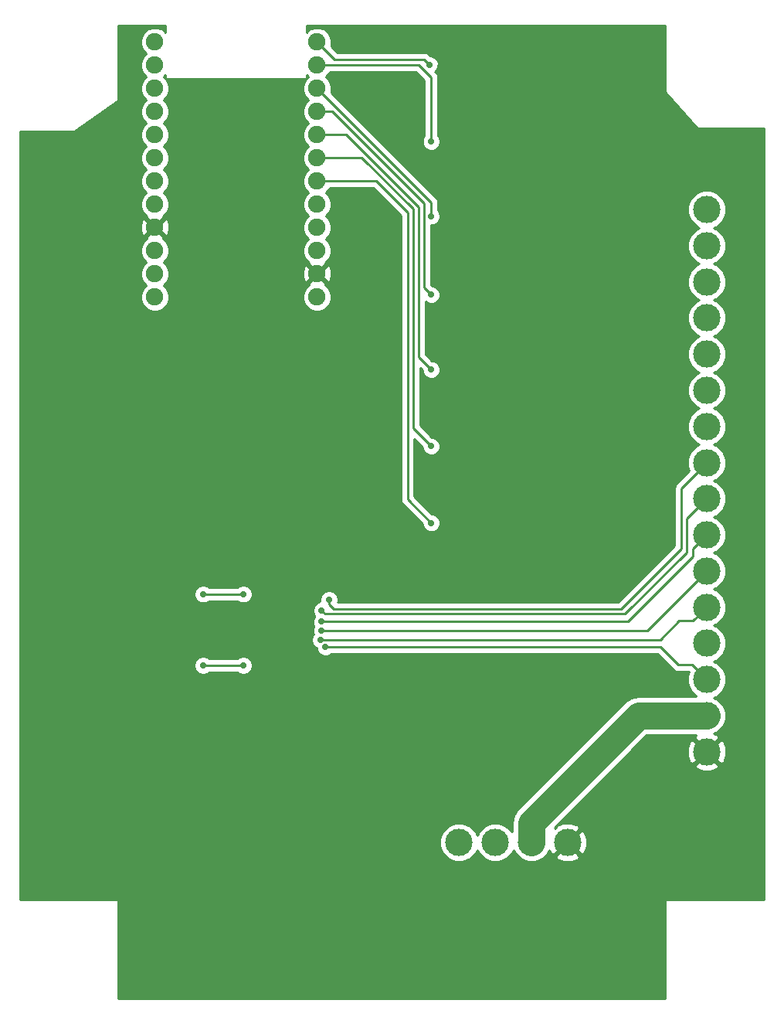
<source format=gbr>
G04 #@! TF.FileFunction,Copper,L2,Bot,Signal*
%FSLAX46Y46*%
G04 Gerber Fmt 4.6, Leading zero omitted, Abs format (unit mm)*
G04 Created by KiCad (PCBNEW 4.0.5) date Tuesday, March 07, 2017 'PMt' 04:16:58 PM*
%MOMM*%
%LPD*%
G01*
G04 APERTURE LIST*
%ADD10C,0.100000*%
%ADD11C,3.000000*%
%ADD12C,1.900000*%
%ADD13C,0.700000*%
%ADD14C,3.000000*%
%ADD15C,0.250000*%
%ADD16C,0.254000*%
G04 APERTURE END LIST*
D10*
D11*
X251000000Y-70860000D03*
X251000000Y-74820000D03*
X251000000Y-78780000D03*
X251000000Y-82740000D03*
X251000000Y-86700000D03*
X251000000Y-90660000D03*
X251000000Y-94620000D03*
X251000000Y-98580000D03*
X251000000Y-102540000D03*
X251000000Y-106500000D03*
X251000000Y-110460000D03*
X251000000Y-114420000D03*
X251000000Y-118380000D03*
X251000000Y-122340000D03*
X251000000Y-126300000D03*
X251000000Y-130260000D03*
D12*
X208290000Y-80440000D03*
X208290000Y-77900000D03*
X208290000Y-75360000D03*
X208290000Y-72820000D03*
X208290000Y-70280000D03*
X208290000Y-67740000D03*
X208290000Y-65200000D03*
X208290000Y-62660000D03*
X208290000Y-60120000D03*
X208290000Y-57580000D03*
X208290000Y-55040000D03*
X208290000Y-52500000D03*
X190510000Y-80440000D03*
X190510000Y-77900000D03*
X190510000Y-75360000D03*
X190510000Y-72820000D03*
X190510000Y-70280000D03*
X190510000Y-67740000D03*
X190510000Y-65200000D03*
X190510000Y-62660000D03*
X190510000Y-60120000D03*
X190510000Y-57580000D03*
X190510000Y-55040000D03*
X190510000Y-52500000D03*
D11*
X223860000Y-140200000D03*
X227820000Y-140200000D03*
X231780000Y-140200000D03*
X235740000Y-140200000D03*
D13*
X223800000Y-91600000D03*
X223800000Y-100200000D03*
X223800000Y-108400000D03*
X223800000Y-83400000D03*
X223800000Y-75000000D03*
X223800000Y-66400000D03*
X223600000Y-58100000D03*
X208800000Y-97800000D03*
X201400000Y-106600000D03*
X201600000Y-114600000D03*
X189800000Y-106200000D03*
X189800000Y-114000000D03*
X191400000Y-129800000D03*
X201600000Y-122000000D03*
X190000000Y-122400000D03*
X220800000Y-63400000D03*
X195800000Y-120800000D03*
X200200000Y-120800000D03*
X195800000Y-113000000D03*
X200200000Y-113000000D03*
X220800000Y-96800000D03*
X220800000Y-80200000D03*
X220800000Y-105200000D03*
X220800000Y-71600000D03*
X220600000Y-55000000D03*
X209600000Y-113600000D03*
X208800000Y-114800000D03*
X208800000Y-116000000D03*
X208800000Y-117000000D03*
X208673029Y-118009543D03*
X209200000Y-118800000D03*
X220800000Y-88400000D03*
D14*
X251000000Y-126300000D02*
X243558680Y-126300000D01*
X243558680Y-126300000D02*
X231780000Y-138078680D01*
X231780000Y-138078680D02*
X231780000Y-140200000D01*
D15*
X220800000Y-63400000D02*
X220800000Y-56400000D01*
X220800000Y-56400000D02*
X219440000Y-55040000D01*
X219440000Y-55040000D02*
X208290000Y-55040000D01*
X200200000Y-120800000D02*
X195800000Y-120800000D01*
X200200000Y-113000000D02*
X195800000Y-113000000D01*
X208290000Y-65200000D02*
X213200000Y-65200000D01*
X213200000Y-65200000D02*
X218800000Y-70800000D01*
X218800000Y-70800000D02*
X218800000Y-94800000D01*
X218800000Y-94800000D02*
X220800000Y-96800000D01*
X220000000Y-70200000D02*
X220000000Y-79400000D01*
X220000000Y-79400000D02*
X220800000Y-80200000D01*
X209920000Y-60120000D02*
X220000000Y-70200000D01*
X208290000Y-60120000D02*
X209920000Y-60120000D01*
X218200000Y-71200000D02*
X218200000Y-102600000D01*
X218200000Y-102600000D02*
X220800000Y-105200000D01*
X214740000Y-67740000D02*
X218200000Y-71200000D01*
X208290000Y-67740000D02*
X214740000Y-67740000D01*
X208290000Y-57580000D02*
X220800000Y-70090000D01*
X220800000Y-70090000D02*
X220800000Y-71600000D01*
X220600000Y-55000000D02*
X220000000Y-54400000D01*
X210190000Y-54400000D02*
X208290000Y-52500000D01*
X220000000Y-54400000D02*
X210190000Y-54400000D01*
X248200000Y-108000000D02*
X248200000Y-101380000D01*
X248200000Y-101380000D02*
X251000000Y-98580000D01*
X241600000Y-114600000D02*
X248200000Y-108000000D01*
X210105026Y-114600000D02*
X241600000Y-114600000D01*
X209600000Y-113600000D02*
X209600000Y-114094974D01*
X209600000Y-114094974D02*
X210105026Y-114600000D01*
X249500001Y-104039999D02*
X251000000Y-102540000D01*
X248800000Y-104740000D02*
X249500001Y-104039999D01*
X248800000Y-108400000D02*
X248800000Y-104740000D01*
X242050001Y-115149999D02*
X248800000Y-108400000D01*
X209149999Y-115149999D02*
X242050001Y-115149999D01*
X208800000Y-114800000D02*
X209149999Y-115149999D01*
X242400000Y-116000000D02*
X249500001Y-108899999D01*
X249500001Y-108899999D02*
X249500001Y-107999999D01*
X249500001Y-107999999D02*
X251000000Y-106500000D01*
X208800000Y-116000000D02*
X242400000Y-116000000D01*
X208800000Y-117000000D02*
X244460000Y-117000000D01*
X244460000Y-117000000D02*
X251000000Y-110460000D01*
X209168003Y-118009543D02*
X208673029Y-118009543D01*
X249500001Y-115919999D02*
X247979910Y-115919999D01*
X247979910Y-115919999D02*
X245890366Y-118009543D01*
X245890366Y-118009543D02*
X209168003Y-118009543D01*
X251000000Y-114420000D02*
X249500001Y-115919999D01*
X209200000Y-118800000D02*
X245939909Y-118800000D01*
X249415010Y-120755010D02*
X251000000Y-122340000D01*
X245939909Y-118800000D02*
X247894919Y-120755010D01*
X247894919Y-120755010D02*
X249415010Y-120755010D01*
X219400000Y-70600000D02*
X219400000Y-87000000D01*
X219400000Y-87000000D02*
X220800000Y-88400000D01*
X211460000Y-62660000D02*
X219400000Y-70600000D01*
X208290000Y-62660000D02*
X211460000Y-62660000D01*
D16*
G36*
X191673000Y-51421545D02*
X191409003Y-51157086D01*
X190826659Y-50915276D01*
X190196107Y-50914725D01*
X189613343Y-51155519D01*
X189167086Y-51600997D01*
X188925276Y-52183341D01*
X188924725Y-52813893D01*
X189165519Y-53396657D01*
X189538471Y-53770261D01*
X189167086Y-54140997D01*
X188925276Y-54723341D01*
X188924725Y-55353893D01*
X189165519Y-55936657D01*
X189538471Y-56310261D01*
X189167086Y-56680997D01*
X188925276Y-57263341D01*
X188924725Y-57893893D01*
X189165519Y-58476657D01*
X189538471Y-58850261D01*
X189167086Y-59220997D01*
X188925276Y-59803341D01*
X188924725Y-60433893D01*
X189165519Y-61016657D01*
X189538471Y-61390261D01*
X189167086Y-61760997D01*
X188925276Y-62343341D01*
X188924725Y-62973893D01*
X189165519Y-63556657D01*
X189538471Y-63930261D01*
X189167086Y-64300997D01*
X188925276Y-64883341D01*
X188924725Y-65513893D01*
X189165519Y-66096657D01*
X189538471Y-66470261D01*
X189167086Y-66840997D01*
X188925276Y-67423341D01*
X188924725Y-68053893D01*
X189165519Y-68636657D01*
X189538471Y-69010261D01*
X189167086Y-69380997D01*
X188925276Y-69963341D01*
X188924725Y-70593893D01*
X189165519Y-71176657D01*
X189604211Y-71616116D01*
X189573255Y-71703650D01*
X190510000Y-72640395D01*
X191446745Y-71703650D01*
X191415593Y-71615561D01*
X191852914Y-71179003D01*
X192094724Y-70596659D01*
X192095275Y-69966107D01*
X191854481Y-69383343D01*
X191481529Y-69009739D01*
X191852914Y-68639003D01*
X192094724Y-68056659D01*
X192095275Y-67426107D01*
X191854481Y-66843343D01*
X191481529Y-66469739D01*
X191852914Y-66099003D01*
X192094724Y-65516659D01*
X192095275Y-64886107D01*
X191854481Y-64303343D01*
X191481529Y-63929739D01*
X191852914Y-63559003D01*
X192094724Y-62976659D01*
X192095275Y-62346107D01*
X191854481Y-61763343D01*
X191481529Y-61389739D01*
X191852914Y-61019003D01*
X192094724Y-60436659D01*
X192095275Y-59806107D01*
X191854481Y-59223343D01*
X191481529Y-58849739D01*
X191852914Y-58479003D01*
X192094724Y-57896659D01*
X192095275Y-57266107D01*
X191854481Y-56683343D01*
X191481529Y-56309739D01*
X191673000Y-56118603D01*
X191673000Y-56400000D01*
X191681685Y-56446159D01*
X191708965Y-56488553D01*
X191750590Y-56516994D01*
X191800000Y-56527000D01*
X207000000Y-56527000D01*
X207046159Y-56518315D01*
X207088553Y-56491035D01*
X207116994Y-56449410D01*
X207127000Y-56400000D01*
X207127000Y-56118455D01*
X207318471Y-56310261D01*
X206947086Y-56680997D01*
X206705276Y-57263341D01*
X206704725Y-57893893D01*
X206945519Y-58476657D01*
X207318471Y-58850261D01*
X206947086Y-59220997D01*
X206705276Y-59803341D01*
X206704725Y-60433893D01*
X206945519Y-61016657D01*
X207318471Y-61390261D01*
X206947086Y-61760997D01*
X206705276Y-62343341D01*
X206704725Y-62973893D01*
X206945519Y-63556657D01*
X207318471Y-63930261D01*
X206947086Y-64300997D01*
X206705276Y-64883341D01*
X206704725Y-65513893D01*
X206945519Y-66096657D01*
X207318471Y-66470261D01*
X206947086Y-66840997D01*
X206705276Y-67423341D01*
X206704725Y-68053893D01*
X206945519Y-68636657D01*
X207318471Y-69010261D01*
X206947086Y-69380997D01*
X206705276Y-69963341D01*
X206704725Y-70593893D01*
X206945519Y-71176657D01*
X207318471Y-71550261D01*
X206947086Y-71920997D01*
X206705276Y-72503341D01*
X206704725Y-73133893D01*
X206945519Y-73716657D01*
X207318471Y-74090261D01*
X206947086Y-74460997D01*
X206705276Y-75043341D01*
X206704725Y-75673893D01*
X206945519Y-76256657D01*
X207384211Y-76696116D01*
X207353255Y-76783650D01*
X208290000Y-77720395D01*
X209226745Y-76783650D01*
X209195593Y-76695561D01*
X209632914Y-76259003D01*
X209874724Y-75676659D01*
X209875275Y-75046107D01*
X209634481Y-74463343D01*
X209261529Y-74089739D01*
X209632914Y-73719003D01*
X209874724Y-73136659D01*
X209875275Y-72506107D01*
X209634481Y-71923343D01*
X209261529Y-71549739D01*
X209632914Y-71179003D01*
X209874724Y-70596659D01*
X209875275Y-69966107D01*
X209634481Y-69383343D01*
X209261529Y-69009739D01*
X209632914Y-68639003D01*
X209690633Y-68500000D01*
X214425198Y-68500000D01*
X217440000Y-71514802D01*
X217440000Y-102600000D01*
X217497852Y-102890839D01*
X217662599Y-103137401D01*
X219814922Y-105289724D01*
X219814830Y-105395069D01*
X219964471Y-105757229D01*
X220241314Y-106034555D01*
X220603212Y-106184828D01*
X220995069Y-106185170D01*
X221357229Y-106035529D01*
X221634555Y-105758686D01*
X221784828Y-105396788D01*
X221785170Y-105004931D01*
X221635529Y-104642771D01*
X221358686Y-104365445D01*
X220996788Y-104215172D01*
X220889881Y-104215079D01*
X218960000Y-102285198D01*
X218960000Y-96034802D01*
X219814922Y-96889724D01*
X219814830Y-96995069D01*
X219964471Y-97357229D01*
X220241314Y-97634555D01*
X220603212Y-97784828D01*
X220995069Y-97785170D01*
X221357229Y-97635529D01*
X221634555Y-97358686D01*
X221784828Y-96996788D01*
X221785170Y-96604931D01*
X221635529Y-96242771D01*
X221358686Y-95965445D01*
X220996788Y-95815172D01*
X220889881Y-95815079D01*
X219560000Y-94485198D01*
X219560000Y-88234802D01*
X219814922Y-88489724D01*
X219814830Y-88595069D01*
X219964471Y-88957229D01*
X220241314Y-89234555D01*
X220603212Y-89384828D01*
X220995069Y-89385170D01*
X221357229Y-89235529D01*
X221634555Y-88958686D01*
X221784828Y-88596788D01*
X221785170Y-88204931D01*
X221635529Y-87842771D01*
X221358686Y-87565445D01*
X220996788Y-87415172D01*
X220889881Y-87415079D01*
X220160000Y-86685198D01*
X220160000Y-80953099D01*
X220241314Y-81034555D01*
X220603212Y-81184828D01*
X220995069Y-81185170D01*
X221357229Y-81035529D01*
X221634555Y-80758686D01*
X221784828Y-80396788D01*
X221785170Y-80004931D01*
X221635529Y-79642771D01*
X221358686Y-79365445D01*
X220996788Y-79215172D01*
X220889881Y-79215079D01*
X220760000Y-79085198D01*
X220760000Y-72584965D01*
X220995069Y-72585170D01*
X221357229Y-72435529D01*
X221634555Y-72158686D01*
X221784828Y-71796788D01*
X221785170Y-71404931D01*
X221635529Y-71042771D01*
X221560000Y-70967110D01*
X221560000Y-70090000D01*
X221502148Y-69799161D01*
X221337401Y-69552599D01*
X209818020Y-58033218D01*
X209874724Y-57896659D01*
X209875275Y-57266107D01*
X209634481Y-56683343D01*
X209261529Y-56309739D01*
X209632914Y-55939003D01*
X209690633Y-55800000D01*
X219125198Y-55800000D01*
X220040000Y-56714802D01*
X220040000Y-62766889D01*
X219965445Y-62841314D01*
X219815172Y-63203212D01*
X219814830Y-63595069D01*
X219964471Y-63957229D01*
X220241314Y-64234555D01*
X220603212Y-64384828D01*
X220995069Y-64385170D01*
X221357229Y-64235529D01*
X221634555Y-63958686D01*
X221784828Y-63596788D01*
X221785170Y-63204931D01*
X221635529Y-62842771D01*
X221560000Y-62767110D01*
X221560000Y-56400000D01*
X221502148Y-56109161D01*
X221502148Y-56109160D01*
X221337401Y-55862599D01*
X221233847Y-55759045D01*
X221434555Y-55558686D01*
X221584828Y-55196788D01*
X221585170Y-54804931D01*
X221435529Y-54442771D01*
X221158686Y-54165445D01*
X220796788Y-54015172D01*
X220689881Y-54015079D01*
X220537401Y-53862599D01*
X220290839Y-53697852D01*
X220000000Y-53640000D01*
X210504802Y-53640000D01*
X209818020Y-52953218D01*
X209874724Y-52816659D01*
X209875275Y-52186107D01*
X209634481Y-51603343D01*
X209189003Y-51157086D01*
X208606659Y-50915276D01*
X207976107Y-50914725D01*
X207393343Y-51155519D01*
X207127000Y-51421397D01*
X207127000Y-50710000D01*
X246473000Y-50710000D01*
X246473000Y-58000000D01*
X246479865Y-58041189D01*
X246505354Y-58084683D01*
X249905354Y-61884683D01*
X249950590Y-61916994D01*
X250000000Y-61927000D01*
X257290000Y-61927000D01*
X257290000Y-146473000D01*
X246600000Y-146473000D01*
X246553841Y-146481685D01*
X246511447Y-146508965D01*
X246483006Y-146550590D01*
X246473000Y-146600000D01*
X246473000Y-157290000D01*
X186527000Y-157290000D01*
X186527000Y-146600000D01*
X186518315Y-146553841D01*
X186491035Y-146511447D01*
X186449410Y-146483006D01*
X186400000Y-146473000D01*
X175710000Y-146473000D01*
X175710000Y-120995069D01*
X194814830Y-120995069D01*
X194964471Y-121357229D01*
X195241314Y-121634555D01*
X195603212Y-121784828D01*
X195995069Y-121785170D01*
X196357229Y-121635529D01*
X196432890Y-121560000D01*
X199566889Y-121560000D01*
X199641314Y-121634555D01*
X200003212Y-121784828D01*
X200395069Y-121785170D01*
X200757229Y-121635529D01*
X201034555Y-121358686D01*
X201184828Y-120996788D01*
X201185170Y-120604931D01*
X201035529Y-120242771D01*
X200758686Y-119965445D01*
X200396788Y-119815172D01*
X200004931Y-119814830D01*
X199642771Y-119964471D01*
X199567110Y-120040000D01*
X196433111Y-120040000D01*
X196358686Y-119965445D01*
X195996788Y-119815172D01*
X195604931Y-119814830D01*
X195242771Y-119964471D01*
X194965445Y-120241314D01*
X194815172Y-120603212D01*
X194814830Y-120995069D01*
X175710000Y-120995069D01*
X175710000Y-118204612D01*
X207687859Y-118204612D01*
X207837500Y-118566772D01*
X208114343Y-118844098D01*
X208214925Y-118885863D01*
X208214830Y-118995069D01*
X208364471Y-119357229D01*
X208641314Y-119634555D01*
X209003212Y-119784828D01*
X209395069Y-119785170D01*
X209757229Y-119635529D01*
X209832890Y-119560000D01*
X245625107Y-119560000D01*
X247357518Y-121292411D01*
X247604080Y-121457158D01*
X247894919Y-121515010D01*
X249030823Y-121515010D01*
X248865372Y-121913459D01*
X248864630Y-122762815D01*
X249188980Y-123547800D01*
X249789041Y-124148909D01*
X249827792Y-124165000D01*
X243558680Y-124165000D01*
X242741651Y-124327517D01*
X242049007Y-124790327D01*
X230270327Y-136569007D01*
X229807517Y-137261651D01*
X229645000Y-138078680D01*
X229645000Y-139026034D01*
X229631020Y-138992200D01*
X229030959Y-138391091D01*
X228246541Y-138065372D01*
X227397185Y-138064630D01*
X226612200Y-138388980D01*
X226011091Y-138989041D01*
X225839982Y-139401118D01*
X225671020Y-138992200D01*
X225070959Y-138391091D01*
X224286541Y-138065372D01*
X223437185Y-138064630D01*
X222652200Y-138388980D01*
X222051091Y-138989041D01*
X221725372Y-139773459D01*
X221724630Y-140622815D01*
X222048980Y-141407800D01*
X222649041Y-142008909D01*
X223433459Y-142334628D01*
X224282815Y-142335370D01*
X225067800Y-142011020D01*
X225668909Y-141410959D01*
X225840018Y-140998882D01*
X226008980Y-141407800D01*
X226609041Y-142008909D01*
X227393459Y-142334628D01*
X228242815Y-142335370D01*
X229027800Y-142011020D01*
X229628909Y-141410959D01*
X229800018Y-140998882D01*
X229968980Y-141407800D01*
X230569041Y-142008909D01*
X231353459Y-142334628D01*
X232202815Y-142335370D01*
X232987800Y-142011020D01*
X233285368Y-141713970D01*
X234405635Y-141713970D01*
X234565418Y-142032739D01*
X235356187Y-142342723D01*
X236205387Y-142326497D01*
X236914582Y-142032739D01*
X237074365Y-141713970D01*
X235740000Y-140379605D01*
X234405635Y-141713970D01*
X233285368Y-141713970D01*
X233588909Y-141410959D01*
X233755825Y-141008982D01*
X233907261Y-141374582D01*
X234226030Y-141534365D01*
X235560395Y-140200000D01*
X235919605Y-140200000D01*
X237253970Y-141534365D01*
X237572739Y-141374582D01*
X237882723Y-140583813D01*
X237866497Y-139734613D01*
X237572739Y-139025418D01*
X237253970Y-138865635D01*
X235919605Y-140200000D01*
X235560395Y-140200000D01*
X235546253Y-140185858D01*
X235725858Y-140006253D01*
X235740000Y-140020395D01*
X237074365Y-138686030D01*
X236914582Y-138367261D01*
X236123813Y-138057277D01*
X235274613Y-138073503D01*
X234565418Y-138367261D01*
X234405636Y-138686028D01*
X234298817Y-138579209D01*
X241104056Y-131773970D01*
X249665635Y-131773970D01*
X249825418Y-132092739D01*
X250616187Y-132402723D01*
X251465387Y-132386497D01*
X252174582Y-132092739D01*
X252334365Y-131773970D01*
X251000000Y-130439605D01*
X249665635Y-131773970D01*
X241104056Y-131773970D01*
X243001839Y-129876187D01*
X248857277Y-129876187D01*
X248873503Y-130725387D01*
X249167261Y-131434582D01*
X249486030Y-131594365D01*
X250820395Y-130260000D01*
X251179605Y-130260000D01*
X252513970Y-131594365D01*
X252832739Y-131434582D01*
X253142723Y-130643813D01*
X253126497Y-129794613D01*
X252832739Y-129085418D01*
X252513970Y-128925635D01*
X251179605Y-130260000D01*
X250820395Y-130260000D01*
X249486030Y-128925635D01*
X249167261Y-129085418D01*
X248857277Y-129876187D01*
X243001839Y-129876187D01*
X244443026Y-128435000D01*
X249821539Y-128435000D01*
X249665635Y-128746030D01*
X251000000Y-130080395D01*
X252334365Y-128746030D01*
X252174582Y-128427261D01*
X251798878Y-128279984D01*
X252207800Y-128111020D01*
X252808909Y-127510959D01*
X253134628Y-126726541D01*
X253135370Y-125877185D01*
X252811020Y-125092200D01*
X252210959Y-124491091D01*
X251798882Y-124319982D01*
X252207800Y-124151020D01*
X252808909Y-123550959D01*
X253134628Y-122766541D01*
X253135370Y-121917185D01*
X252811020Y-121132200D01*
X252210959Y-120531091D01*
X251798882Y-120359982D01*
X252207800Y-120191020D01*
X252808909Y-119590959D01*
X253134628Y-118806541D01*
X253135370Y-117957185D01*
X252811020Y-117172200D01*
X252210959Y-116571091D01*
X251798882Y-116399982D01*
X252207800Y-116231020D01*
X252808909Y-115630959D01*
X253134628Y-114846541D01*
X253135370Y-113997185D01*
X252811020Y-113212200D01*
X252210959Y-112611091D01*
X251798882Y-112439982D01*
X252207800Y-112271020D01*
X252808909Y-111670959D01*
X253134628Y-110886541D01*
X253135370Y-110037185D01*
X252811020Y-109252200D01*
X252210959Y-108651091D01*
X251798882Y-108479982D01*
X252207800Y-108311020D01*
X252808909Y-107710959D01*
X253134628Y-106926541D01*
X253135370Y-106077185D01*
X252811020Y-105292200D01*
X252210959Y-104691091D01*
X251798882Y-104519982D01*
X252207800Y-104351020D01*
X252808909Y-103750959D01*
X253134628Y-102966541D01*
X253135370Y-102117185D01*
X252811020Y-101332200D01*
X252210959Y-100731091D01*
X251798882Y-100559982D01*
X252207800Y-100391020D01*
X252808909Y-99790959D01*
X253134628Y-99006541D01*
X253135370Y-98157185D01*
X252811020Y-97372200D01*
X252210959Y-96771091D01*
X251798882Y-96599982D01*
X252207800Y-96431020D01*
X252808909Y-95830959D01*
X253134628Y-95046541D01*
X253135370Y-94197185D01*
X252811020Y-93412200D01*
X252210959Y-92811091D01*
X251798882Y-92639982D01*
X252207800Y-92471020D01*
X252808909Y-91870959D01*
X253134628Y-91086541D01*
X253135370Y-90237185D01*
X252811020Y-89452200D01*
X252210959Y-88851091D01*
X251798882Y-88679982D01*
X252207800Y-88511020D01*
X252808909Y-87910959D01*
X253134628Y-87126541D01*
X253135370Y-86277185D01*
X252811020Y-85492200D01*
X252210959Y-84891091D01*
X251798882Y-84719982D01*
X252207800Y-84551020D01*
X252808909Y-83950959D01*
X253134628Y-83166541D01*
X253135370Y-82317185D01*
X252811020Y-81532200D01*
X252210959Y-80931091D01*
X251798882Y-80759982D01*
X252207800Y-80591020D01*
X252808909Y-79990959D01*
X253134628Y-79206541D01*
X253135370Y-78357185D01*
X252811020Y-77572200D01*
X252210959Y-76971091D01*
X251798882Y-76799982D01*
X252207800Y-76631020D01*
X252808909Y-76030959D01*
X253134628Y-75246541D01*
X253135370Y-74397185D01*
X252811020Y-73612200D01*
X252210959Y-73011091D01*
X251798882Y-72839982D01*
X252207800Y-72671020D01*
X252808909Y-72070959D01*
X253134628Y-71286541D01*
X253135370Y-70437185D01*
X252811020Y-69652200D01*
X252210959Y-69051091D01*
X251426541Y-68725372D01*
X250577185Y-68724630D01*
X249792200Y-69048980D01*
X249191091Y-69649041D01*
X248865372Y-70433459D01*
X248864630Y-71282815D01*
X249188980Y-72067800D01*
X249789041Y-72668909D01*
X250201118Y-72840018D01*
X249792200Y-73008980D01*
X249191091Y-73609041D01*
X248865372Y-74393459D01*
X248864630Y-75242815D01*
X249188980Y-76027800D01*
X249789041Y-76628909D01*
X250201118Y-76800018D01*
X249792200Y-76968980D01*
X249191091Y-77569041D01*
X248865372Y-78353459D01*
X248864630Y-79202815D01*
X249188980Y-79987800D01*
X249789041Y-80588909D01*
X250201118Y-80760018D01*
X249792200Y-80928980D01*
X249191091Y-81529041D01*
X248865372Y-82313459D01*
X248864630Y-83162815D01*
X249188980Y-83947800D01*
X249789041Y-84548909D01*
X250201118Y-84720018D01*
X249792200Y-84888980D01*
X249191091Y-85489041D01*
X248865372Y-86273459D01*
X248864630Y-87122815D01*
X249188980Y-87907800D01*
X249789041Y-88508909D01*
X250201118Y-88680018D01*
X249792200Y-88848980D01*
X249191091Y-89449041D01*
X248865372Y-90233459D01*
X248864630Y-91082815D01*
X249188980Y-91867800D01*
X249789041Y-92468909D01*
X250201118Y-92640018D01*
X249792200Y-92808980D01*
X249191091Y-93409041D01*
X248865372Y-94193459D01*
X248864630Y-95042815D01*
X249188980Y-95827800D01*
X249789041Y-96428909D01*
X250201118Y-96600018D01*
X249792200Y-96768980D01*
X249191091Y-97369041D01*
X248865372Y-98153459D01*
X248864630Y-99002815D01*
X249051098Y-99454100D01*
X247662599Y-100842599D01*
X247497852Y-101089161D01*
X247440000Y-101380000D01*
X247440000Y-107685198D01*
X241285198Y-113840000D01*
X210566885Y-113840000D01*
X210584828Y-113796788D01*
X210585170Y-113404931D01*
X210435529Y-113042771D01*
X210158686Y-112765445D01*
X209796788Y-112615172D01*
X209404931Y-112614830D01*
X209042771Y-112764471D01*
X208765445Y-113041314D01*
X208615172Y-113403212D01*
X208614830Y-113795069D01*
X208623002Y-113814846D01*
X208604931Y-113814830D01*
X208242771Y-113964471D01*
X207965445Y-114241314D01*
X207815172Y-114603212D01*
X207814830Y-114995069D01*
X207964471Y-115357229D01*
X208007000Y-115399832D01*
X207965445Y-115441314D01*
X207815172Y-115803212D01*
X207814830Y-116195069D01*
X207940950Y-116500304D01*
X207815172Y-116803212D01*
X207814830Y-117195069D01*
X207896560Y-117392872D01*
X207838474Y-117450857D01*
X207688201Y-117812755D01*
X207687859Y-118204612D01*
X175710000Y-118204612D01*
X175710000Y-113195069D01*
X194814830Y-113195069D01*
X194964471Y-113557229D01*
X195241314Y-113834555D01*
X195603212Y-113984828D01*
X195995069Y-113985170D01*
X196357229Y-113835529D01*
X196432890Y-113760000D01*
X199566889Y-113760000D01*
X199641314Y-113834555D01*
X200003212Y-113984828D01*
X200395069Y-113985170D01*
X200757229Y-113835529D01*
X201034555Y-113558686D01*
X201184828Y-113196788D01*
X201185170Y-112804931D01*
X201035529Y-112442771D01*
X200758686Y-112165445D01*
X200396788Y-112015172D01*
X200004931Y-112014830D01*
X199642771Y-112164471D01*
X199567110Y-112240000D01*
X196433111Y-112240000D01*
X196358686Y-112165445D01*
X195996788Y-112015172D01*
X195604931Y-112014830D01*
X195242771Y-112164471D01*
X194965445Y-112441314D01*
X194815172Y-112803212D01*
X194814830Y-113195069D01*
X175710000Y-113195069D01*
X175710000Y-75673893D01*
X188924725Y-75673893D01*
X189165519Y-76256657D01*
X189538471Y-76630261D01*
X189167086Y-77000997D01*
X188925276Y-77583341D01*
X188924725Y-78213893D01*
X189165519Y-78796657D01*
X189538471Y-79170261D01*
X189167086Y-79540997D01*
X188925276Y-80123341D01*
X188924725Y-80753893D01*
X189165519Y-81336657D01*
X189610997Y-81782914D01*
X190193341Y-82024724D01*
X190823893Y-82025275D01*
X191406657Y-81784481D01*
X191852914Y-81339003D01*
X192094724Y-80756659D01*
X192094726Y-80753893D01*
X206704725Y-80753893D01*
X206945519Y-81336657D01*
X207390997Y-81782914D01*
X207973341Y-82024724D01*
X208603893Y-82025275D01*
X209186657Y-81784481D01*
X209632914Y-81339003D01*
X209874724Y-80756659D01*
X209875275Y-80126107D01*
X209634481Y-79543343D01*
X209195789Y-79103884D01*
X209226745Y-79016350D01*
X208290000Y-78079605D01*
X207353255Y-79016350D01*
X207384407Y-79104439D01*
X206947086Y-79540997D01*
X206705276Y-80123341D01*
X206704725Y-80753893D01*
X192094726Y-80753893D01*
X192095275Y-80126107D01*
X191854481Y-79543343D01*
X191481529Y-79169739D01*
X191852914Y-78799003D01*
X192094724Y-78216659D01*
X192095221Y-77647398D01*
X206693812Y-77647398D01*
X206718648Y-78277461D01*
X206911981Y-78744208D01*
X207173650Y-78836745D01*
X208110395Y-77900000D01*
X208469605Y-77900000D01*
X209406350Y-78836745D01*
X209668019Y-78744208D01*
X209886188Y-78152602D01*
X209861352Y-77522539D01*
X209668019Y-77055792D01*
X209406350Y-76963255D01*
X208469605Y-77900000D01*
X208110395Y-77900000D01*
X207173650Y-76963255D01*
X206911981Y-77055792D01*
X206693812Y-77647398D01*
X192095221Y-77647398D01*
X192095275Y-77586107D01*
X191854481Y-77003343D01*
X191481529Y-76629739D01*
X191852914Y-76259003D01*
X192094724Y-75676659D01*
X192095275Y-75046107D01*
X191854481Y-74463343D01*
X191415789Y-74023884D01*
X191446745Y-73936350D01*
X190510000Y-72999605D01*
X189573255Y-73936350D01*
X189604407Y-74024439D01*
X189167086Y-74460997D01*
X188925276Y-75043341D01*
X188924725Y-75673893D01*
X175710000Y-75673893D01*
X175710000Y-72567398D01*
X188913812Y-72567398D01*
X188938648Y-73197461D01*
X189131981Y-73664208D01*
X189393650Y-73756745D01*
X190330395Y-72820000D01*
X190689605Y-72820000D01*
X191626350Y-73756745D01*
X191888019Y-73664208D01*
X192106188Y-73072602D01*
X192081352Y-72442539D01*
X191888019Y-71975792D01*
X191626350Y-71883255D01*
X190689605Y-72820000D01*
X190330395Y-72820000D01*
X189393650Y-71883255D01*
X189131981Y-71975792D01*
X188913812Y-72567398D01*
X175710000Y-72567398D01*
X175710000Y-62327000D01*
X181600000Y-62327000D01*
X181627305Y-62324030D01*
X181673408Y-62303635D01*
X186473408Y-58903635D01*
X186516994Y-58849410D01*
X186527000Y-58800000D01*
X186527000Y-50710000D01*
X191673000Y-50710000D01*
X191673000Y-51421545D01*
X191673000Y-51421545D01*
G37*
X191673000Y-51421545D02*
X191409003Y-51157086D01*
X190826659Y-50915276D01*
X190196107Y-50914725D01*
X189613343Y-51155519D01*
X189167086Y-51600997D01*
X188925276Y-52183341D01*
X188924725Y-52813893D01*
X189165519Y-53396657D01*
X189538471Y-53770261D01*
X189167086Y-54140997D01*
X188925276Y-54723341D01*
X188924725Y-55353893D01*
X189165519Y-55936657D01*
X189538471Y-56310261D01*
X189167086Y-56680997D01*
X188925276Y-57263341D01*
X188924725Y-57893893D01*
X189165519Y-58476657D01*
X189538471Y-58850261D01*
X189167086Y-59220997D01*
X188925276Y-59803341D01*
X188924725Y-60433893D01*
X189165519Y-61016657D01*
X189538471Y-61390261D01*
X189167086Y-61760997D01*
X188925276Y-62343341D01*
X188924725Y-62973893D01*
X189165519Y-63556657D01*
X189538471Y-63930261D01*
X189167086Y-64300997D01*
X188925276Y-64883341D01*
X188924725Y-65513893D01*
X189165519Y-66096657D01*
X189538471Y-66470261D01*
X189167086Y-66840997D01*
X188925276Y-67423341D01*
X188924725Y-68053893D01*
X189165519Y-68636657D01*
X189538471Y-69010261D01*
X189167086Y-69380997D01*
X188925276Y-69963341D01*
X188924725Y-70593893D01*
X189165519Y-71176657D01*
X189604211Y-71616116D01*
X189573255Y-71703650D01*
X190510000Y-72640395D01*
X191446745Y-71703650D01*
X191415593Y-71615561D01*
X191852914Y-71179003D01*
X192094724Y-70596659D01*
X192095275Y-69966107D01*
X191854481Y-69383343D01*
X191481529Y-69009739D01*
X191852914Y-68639003D01*
X192094724Y-68056659D01*
X192095275Y-67426107D01*
X191854481Y-66843343D01*
X191481529Y-66469739D01*
X191852914Y-66099003D01*
X192094724Y-65516659D01*
X192095275Y-64886107D01*
X191854481Y-64303343D01*
X191481529Y-63929739D01*
X191852914Y-63559003D01*
X192094724Y-62976659D01*
X192095275Y-62346107D01*
X191854481Y-61763343D01*
X191481529Y-61389739D01*
X191852914Y-61019003D01*
X192094724Y-60436659D01*
X192095275Y-59806107D01*
X191854481Y-59223343D01*
X191481529Y-58849739D01*
X191852914Y-58479003D01*
X192094724Y-57896659D01*
X192095275Y-57266107D01*
X191854481Y-56683343D01*
X191481529Y-56309739D01*
X191673000Y-56118603D01*
X191673000Y-56400000D01*
X191681685Y-56446159D01*
X191708965Y-56488553D01*
X191750590Y-56516994D01*
X191800000Y-56527000D01*
X207000000Y-56527000D01*
X207046159Y-56518315D01*
X207088553Y-56491035D01*
X207116994Y-56449410D01*
X207127000Y-56400000D01*
X207127000Y-56118455D01*
X207318471Y-56310261D01*
X206947086Y-56680997D01*
X206705276Y-57263341D01*
X206704725Y-57893893D01*
X206945519Y-58476657D01*
X207318471Y-58850261D01*
X206947086Y-59220997D01*
X206705276Y-59803341D01*
X206704725Y-60433893D01*
X206945519Y-61016657D01*
X207318471Y-61390261D01*
X206947086Y-61760997D01*
X206705276Y-62343341D01*
X206704725Y-62973893D01*
X206945519Y-63556657D01*
X207318471Y-63930261D01*
X206947086Y-64300997D01*
X206705276Y-64883341D01*
X206704725Y-65513893D01*
X206945519Y-66096657D01*
X207318471Y-66470261D01*
X206947086Y-66840997D01*
X206705276Y-67423341D01*
X206704725Y-68053893D01*
X206945519Y-68636657D01*
X207318471Y-69010261D01*
X206947086Y-69380997D01*
X206705276Y-69963341D01*
X206704725Y-70593893D01*
X206945519Y-71176657D01*
X207318471Y-71550261D01*
X206947086Y-71920997D01*
X206705276Y-72503341D01*
X206704725Y-73133893D01*
X206945519Y-73716657D01*
X207318471Y-74090261D01*
X206947086Y-74460997D01*
X206705276Y-75043341D01*
X206704725Y-75673893D01*
X206945519Y-76256657D01*
X207384211Y-76696116D01*
X207353255Y-76783650D01*
X208290000Y-77720395D01*
X209226745Y-76783650D01*
X209195593Y-76695561D01*
X209632914Y-76259003D01*
X209874724Y-75676659D01*
X209875275Y-75046107D01*
X209634481Y-74463343D01*
X209261529Y-74089739D01*
X209632914Y-73719003D01*
X209874724Y-73136659D01*
X209875275Y-72506107D01*
X209634481Y-71923343D01*
X209261529Y-71549739D01*
X209632914Y-71179003D01*
X209874724Y-70596659D01*
X209875275Y-69966107D01*
X209634481Y-69383343D01*
X209261529Y-69009739D01*
X209632914Y-68639003D01*
X209690633Y-68500000D01*
X214425198Y-68500000D01*
X217440000Y-71514802D01*
X217440000Y-102600000D01*
X217497852Y-102890839D01*
X217662599Y-103137401D01*
X219814922Y-105289724D01*
X219814830Y-105395069D01*
X219964471Y-105757229D01*
X220241314Y-106034555D01*
X220603212Y-106184828D01*
X220995069Y-106185170D01*
X221357229Y-106035529D01*
X221634555Y-105758686D01*
X221784828Y-105396788D01*
X221785170Y-105004931D01*
X221635529Y-104642771D01*
X221358686Y-104365445D01*
X220996788Y-104215172D01*
X220889881Y-104215079D01*
X218960000Y-102285198D01*
X218960000Y-96034802D01*
X219814922Y-96889724D01*
X219814830Y-96995069D01*
X219964471Y-97357229D01*
X220241314Y-97634555D01*
X220603212Y-97784828D01*
X220995069Y-97785170D01*
X221357229Y-97635529D01*
X221634555Y-97358686D01*
X221784828Y-96996788D01*
X221785170Y-96604931D01*
X221635529Y-96242771D01*
X221358686Y-95965445D01*
X220996788Y-95815172D01*
X220889881Y-95815079D01*
X219560000Y-94485198D01*
X219560000Y-88234802D01*
X219814922Y-88489724D01*
X219814830Y-88595069D01*
X219964471Y-88957229D01*
X220241314Y-89234555D01*
X220603212Y-89384828D01*
X220995069Y-89385170D01*
X221357229Y-89235529D01*
X221634555Y-88958686D01*
X221784828Y-88596788D01*
X221785170Y-88204931D01*
X221635529Y-87842771D01*
X221358686Y-87565445D01*
X220996788Y-87415172D01*
X220889881Y-87415079D01*
X220160000Y-86685198D01*
X220160000Y-80953099D01*
X220241314Y-81034555D01*
X220603212Y-81184828D01*
X220995069Y-81185170D01*
X221357229Y-81035529D01*
X221634555Y-80758686D01*
X221784828Y-80396788D01*
X221785170Y-80004931D01*
X221635529Y-79642771D01*
X221358686Y-79365445D01*
X220996788Y-79215172D01*
X220889881Y-79215079D01*
X220760000Y-79085198D01*
X220760000Y-72584965D01*
X220995069Y-72585170D01*
X221357229Y-72435529D01*
X221634555Y-72158686D01*
X221784828Y-71796788D01*
X221785170Y-71404931D01*
X221635529Y-71042771D01*
X221560000Y-70967110D01*
X221560000Y-70090000D01*
X221502148Y-69799161D01*
X221337401Y-69552599D01*
X209818020Y-58033218D01*
X209874724Y-57896659D01*
X209875275Y-57266107D01*
X209634481Y-56683343D01*
X209261529Y-56309739D01*
X209632914Y-55939003D01*
X209690633Y-55800000D01*
X219125198Y-55800000D01*
X220040000Y-56714802D01*
X220040000Y-62766889D01*
X219965445Y-62841314D01*
X219815172Y-63203212D01*
X219814830Y-63595069D01*
X219964471Y-63957229D01*
X220241314Y-64234555D01*
X220603212Y-64384828D01*
X220995069Y-64385170D01*
X221357229Y-64235529D01*
X221634555Y-63958686D01*
X221784828Y-63596788D01*
X221785170Y-63204931D01*
X221635529Y-62842771D01*
X221560000Y-62767110D01*
X221560000Y-56400000D01*
X221502148Y-56109161D01*
X221502148Y-56109160D01*
X221337401Y-55862599D01*
X221233847Y-55759045D01*
X221434555Y-55558686D01*
X221584828Y-55196788D01*
X221585170Y-54804931D01*
X221435529Y-54442771D01*
X221158686Y-54165445D01*
X220796788Y-54015172D01*
X220689881Y-54015079D01*
X220537401Y-53862599D01*
X220290839Y-53697852D01*
X220000000Y-53640000D01*
X210504802Y-53640000D01*
X209818020Y-52953218D01*
X209874724Y-52816659D01*
X209875275Y-52186107D01*
X209634481Y-51603343D01*
X209189003Y-51157086D01*
X208606659Y-50915276D01*
X207976107Y-50914725D01*
X207393343Y-51155519D01*
X207127000Y-51421397D01*
X207127000Y-50710000D01*
X246473000Y-50710000D01*
X246473000Y-58000000D01*
X246479865Y-58041189D01*
X246505354Y-58084683D01*
X249905354Y-61884683D01*
X249950590Y-61916994D01*
X250000000Y-61927000D01*
X257290000Y-61927000D01*
X257290000Y-146473000D01*
X246600000Y-146473000D01*
X246553841Y-146481685D01*
X246511447Y-146508965D01*
X246483006Y-146550590D01*
X246473000Y-146600000D01*
X246473000Y-157290000D01*
X186527000Y-157290000D01*
X186527000Y-146600000D01*
X186518315Y-146553841D01*
X186491035Y-146511447D01*
X186449410Y-146483006D01*
X186400000Y-146473000D01*
X175710000Y-146473000D01*
X175710000Y-120995069D01*
X194814830Y-120995069D01*
X194964471Y-121357229D01*
X195241314Y-121634555D01*
X195603212Y-121784828D01*
X195995069Y-121785170D01*
X196357229Y-121635529D01*
X196432890Y-121560000D01*
X199566889Y-121560000D01*
X199641314Y-121634555D01*
X200003212Y-121784828D01*
X200395069Y-121785170D01*
X200757229Y-121635529D01*
X201034555Y-121358686D01*
X201184828Y-120996788D01*
X201185170Y-120604931D01*
X201035529Y-120242771D01*
X200758686Y-119965445D01*
X200396788Y-119815172D01*
X200004931Y-119814830D01*
X199642771Y-119964471D01*
X199567110Y-120040000D01*
X196433111Y-120040000D01*
X196358686Y-119965445D01*
X195996788Y-119815172D01*
X195604931Y-119814830D01*
X195242771Y-119964471D01*
X194965445Y-120241314D01*
X194815172Y-120603212D01*
X194814830Y-120995069D01*
X175710000Y-120995069D01*
X175710000Y-118204612D01*
X207687859Y-118204612D01*
X207837500Y-118566772D01*
X208114343Y-118844098D01*
X208214925Y-118885863D01*
X208214830Y-118995069D01*
X208364471Y-119357229D01*
X208641314Y-119634555D01*
X209003212Y-119784828D01*
X209395069Y-119785170D01*
X209757229Y-119635529D01*
X209832890Y-119560000D01*
X245625107Y-119560000D01*
X247357518Y-121292411D01*
X247604080Y-121457158D01*
X247894919Y-121515010D01*
X249030823Y-121515010D01*
X248865372Y-121913459D01*
X248864630Y-122762815D01*
X249188980Y-123547800D01*
X249789041Y-124148909D01*
X249827792Y-124165000D01*
X243558680Y-124165000D01*
X242741651Y-124327517D01*
X242049007Y-124790327D01*
X230270327Y-136569007D01*
X229807517Y-137261651D01*
X229645000Y-138078680D01*
X229645000Y-139026034D01*
X229631020Y-138992200D01*
X229030959Y-138391091D01*
X228246541Y-138065372D01*
X227397185Y-138064630D01*
X226612200Y-138388980D01*
X226011091Y-138989041D01*
X225839982Y-139401118D01*
X225671020Y-138992200D01*
X225070959Y-138391091D01*
X224286541Y-138065372D01*
X223437185Y-138064630D01*
X222652200Y-138388980D01*
X222051091Y-138989041D01*
X221725372Y-139773459D01*
X221724630Y-140622815D01*
X222048980Y-141407800D01*
X222649041Y-142008909D01*
X223433459Y-142334628D01*
X224282815Y-142335370D01*
X225067800Y-142011020D01*
X225668909Y-141410959D01*
X225840018Y-140998882D01*
X226008980Y-141407800D01*
X226609041Y-142008909D01*
X227393459Y-142334628D01*
X228242815Y-142335370D01*
X229027800Y-142011020D01*
X229628909Y-141410959D01*
X229800018Y-140998882D01*
X229968980Y-141407800D01*
X230569041Y-142008909D01*
X231353459Y-142334628D01*
X232202815Y-142335370D01*
X232987800Y-142011020D01*
X233285368Y-141713970D01*
X234405635Y-141713970D01*
X234565418Y-142032739D01*
X235356187Y-142342723D01*
X236205387Y-142326497D01*
X236914582Y-142032739D01*
X237074365Y-141713970D01*
X235740000Y-140379605D01*
X234405635Y-141713970D01*
X233285368Y-141713970D01*
X233588909Y-141410959D01*
X233755825Y-141008982D01*
X233907261Y-141374582D01*
X234226030Y-141534365D01*
X235560395Y-140200000D01*
X235919605Y-140200000D01*
X237253970Y-141534365D01*
X237572739Y-141374582D01*
X237882723Y-140583813D01*
X237866497Y-139734613D01*
X237572739Y-139025418D01*
X237253970Y-138865635D01*
X235919605Y-140200000D01*
X235560395Y-140200000D01*
X235546253Y-140185858D01*
X235725858Y-140006253D01*
X235740000Y-140020395D01*
X237074365Y-138686030D01*
X236914582Y-138367261D01*
X236123813Y-138057277D01*
X235274613Y-138073503D01*
X234565418Y-138367261D01*
X234405636Y-138686028D01*
X234298817Y-138579209D01*
X241104056Y-131773970D01*
X249665635Y-131773970D01*
X249825418Y-132092739D01*
X250616187Y-132402723D01*
X251465387Y-132386497D01*
X252174582Y-132092739D01*
X252334365Y-131773970D01*
X251000000Y-130439605D01*
X249665635Y-131773970D01*
X241104056Y-131773970D01*
X243001839Y-129876187D01*
X248857277Y-129876187D01*
X248873503Y-130725387D01*
X249167261Y-131434582D01*
X249486030Y-131594365D01*
X250820395Y-130260000D01*
X251179605Y-130260000D01*
X252513970Y-131594365D01*
X252832739Y-131434582D01*
X253142723Y-130643813D01*
X253126497Y-129794613D01*
X252832739Y-129085418D01*
X252513970Y-128925635D01*
X251179605Y-130260000D01*
X250820395Y-130260000D01*
X249486030Y-128925635D01*
X249167261Y-129085418D01*
X248857277Y-129876187D01*
X243001839Y-129876187D01*
X244443026Y-128435000D01*
X249821539Y-128435000D01*
X249665635Y-128746030D01*
X251000000Y-130080395D01*
X252334365Y-128746030D01*
X252174582Y-128427261D01*
X251798878Y-128279984D01*
X252207800Y-128111020D01*
X252808909Y-127510959D01*
X253134628Y-126726541D01*
X253135370Y-125877185D01*
X252811020Y-125092200D01*
X252210959Y-124491091D01*
X251798882Y-124319982D01*
X252207800Y-124151020D01*
X252808909Y-123550959D01*
X253134628Y-122766541D01*
X253135370Y-121917185D01*
X252811020Y-121132200D01*
X252210959Y-120531091D01*
X251798882Y-120359982D01*
X252207800Y-120191020D01*
X252808909Y-119590959D01*
X253134628Y-118806541D01*
X253135370Y-117957185D01*
X252811020Y-117172200D01*
X252210959Y-116571091D01*
X251798882Y-116399982D01*
X252207800Y-116231020D01*
X252808909Y-115630959D01*
X253134628Y-114846541D01*
X253135370Y-113997185D01*
X252811020Y-113212200D01*
X252210959Y-112611091D01*
X251798882Y-112439982D01*
X252207800Y-112271020D01*
X252808909Y-111670959D01*
X253134628Y-110886541D01*
X253135370Y-110037185D01*
X252811020Y-109252200D01*
X252210959Y-108651091D01*
X251798882Y-108479982D01*
X252207800Y-108311020D01*
X252808909Y-107710959D01*
X253134628Y-106926541D01*
X253135370Y-106077185D01*
X252811020Y-105292200D01*
X252210959Y-104691091D01*
X251798882Y-104519982D01*
X252207800Y-104351020D01*
X252808909Y-103750959D01*
X253134628Y-102966541D01*
X253135370Y-102117185D01*
X252811020Y-101332200D01*
X252210959Y-100731091D01*
X251798882Y-100559982D01*
X252207800Y-100391020D01*
X252808909Y-99790959D01*
X253134628Y-99006541D01*
X253135370Y-98157185D01*
X252811020Y-97372200D01*
X252210959Y-96771091D01*
X251798882Y-96599982D01*
X252207800Y-96431020D01*
X252808909Y-95830959D01*
X253134628Y-95046541D01*
X253135370Y-94197185D01*
X252811020Y-93412200D01*
X252210959Y-92811091D01*
X251798882Y-92639982D01*
X252207800Y-92471020D01*
X252808909Y-91870959D01*
X253134628Y-91086541D01*
X253135370Y-90237185D01*
X252811020Y-89452200D01*
X252210959Y-88851091D01*
X251798882Y-88679982D01*
X252207800Y-88511020D01*
X252808909Y-87910959D01*
X253134628Y-87126541D01*
X253135370Y-86277185D01*
X252811020Y-85492200D01*
X252210959Y-84891091D01*
X251798882Y-84719982D01*
X252207800Y-84551020D01*
X252808909Y-83950959D01*
X253134628Y-83166541D01*
X253135370Y-82317185D01*
X252811020Y-81532200D01*
X252210959Y-80931091D01*
X251798882Y-80759982D01*
X252207800Y-80591020D01*
X252808909Y-79990959D01*
X253134628Y-79206541D01*
X253135370Y-78357185D01*
X252811020Y-77572200D01*
X252210959Y-76971091D01*
X251798882Y-76799982D01*
X252207800Y-76631020D01*
X252808909Y-76030959D01*
X253134628Y-75246541D01*
X253135370Y-74397185D01*
X252811020Y-73612200D01*
X252210959Y-73011091D01*
X251798882Y-72839982D01*
X252207800Y-72671020D01*
X252808909Y-72070959D01*
X253134628Y-71286541D01*
X253135370Y-70437185D01*
X252811020Y-69652200D01*
X252210959Y-69051091D01*
X251426541Y-68725372D01*
X250577185Y-68724630D01*
X249792200Y-69048980D01*
X249191091Y-69649041D01*
X248865372Y-70433459D01*
X248864630Y-71282815D01*
X249188980Y-72067800D01*
X249789041Y-72668909D01*
X250201118Y-72840018D01*
X249792200Y-73008980D01*
X249191091Y-73609041D01*
X248865372Y-74393459D01*
X248864630Y-75242815D01*
X249188980Y-76027800D01*
X249789041Y-76628909D01*
X250201118Y-76800018D01*
X249792200Y-76968980D01*
X249191091Y-77569041D01*
X248865372Y-78353459D01*
X248864630Y-79202815D01*
X249188980Y-79987800D01*
X249789041Y-80588909D01*
X250201118Y-80760018D01*
X249792200Y-80928980D01*
X249191091Y-81529041D01*
X248865372Y-82313459D01*
X248864630Y-83162815D01*
X249188980Y-83947800D01*
X249789041Y-84548909D01*
X250201118Y-84720018D01*
X249792200Y-84888980D01*
X249191091Y-85489041D01*
X248865372Y-86273459D01*
X248864630Y-87122815D01*
X249188980Y-87907800D01*
X249789041Y-88508909D01*
X250201118Y-88680018D01*
X249792200Y-88848980D01*
X249191091Y-89449041D01*
X248865372Y-90233459D01*
X248864630Y-91082815D01*
X249188980Y-91867800D01*
X249789041Y-92468909D01*
X250201118Y-92640018D01*
X249792200Y-92808980D01*
X249191091Y-93409041D01*
X248865372Y-94193459D01*
X248864630Y-95042815D01*
X249188980Y-95827800D01*
X249789041Y-96428909D01*
X250201118Y-96600018D01*
X249792200Y-96768980D01*
X249191091Y-97369041D01*
X248865372Y-98153459D01*
X248864630Y-99002815D01*
X249051098Y-99454100D01*
X247662599Y-100842599D01*
X247497852Y-101089161D01*
X247440000Y-101380000D01*
X247440000Y-107685198D01*
X241285198Y-113840000D01*
X210566885Y-113840000D01*
X210584828Y-113796788D01*
X210585170Y-113404931D01*
X210435529Y-113042771D01*
X210158686Y-112765445D01*
X209796788Y-112615172D01*
X209404931Y-112614830D01*
X209042771Y-112764471D01*
X208765445Y-113041314D01*
X208615172Y-113403212D01*
X208614830Y-113795069D01*
X208623002Y-113814846D01*
X208604931Y-113814830D01*
X208242771Y-113964471D01*
X207965445Y-114241314D01*
X207815172Y-114603212D01*
X207814830Y-114995069D01*
X207964471Y-115357229D01*
X208007000Y-115399832D01*
X207965445Y-115441314D01*
X207815172Y-115803212D01*
X207814830Y-116195069D01*
X207940950Y-116500304D01*
X207815172Y-116803212D01*
X207814830Y-117195069D01*
X207896560Y-117392872D01*
X207838474Y-117450857D01*
X207688201Y-117812755D01*
X207687859Y-118204612D01*
X175710000Y-118204612D01*
X175710000Y-113195069D01*
X194814830Y-113195069D01*
X194964471Y-113557229D01*
X195241314Y-113834555D01*
X195603212Y-113984828D01*
X195995069Y-113985170D01*
X196357229Y-113835529D01*
X196432890Y-113760000D01*
X199566889Y-113760000D01*
X199641314Y-113834555D01*
X200003212Y-113984828D01*
X200395069Y-113985170D01*
X200757229Y-113835529D01*
X201034555Y-113558686D01*
X201184828Y-113196788D01*
X201185170Y-112804931D01*
X201035529Y-112442771D01*
X200758686Y-112165445D01*
X200396788Y-112015172D01*
X200004931Y-112014830D01*
X199642771Y-112164471D01*
X199567110Y-112240000D01*
X196433111Y-112240000D01*
X196358686Y-112165445D01*
X195996788Y-112015172D01*
X195604931Y-112014830D01*
X195242771Y-112164471D01*
X194965445Y-112441314D01*
X194815172Y-112803212D01*
X194814830Y-113195069D01*
X175710000Y-113195069D01*
X175710000Y-75673893D01*
X188924725Y-75673893D01*
X189165519Y-76256657D01*
X189538471Y-76630261D01*
X189167086Y-77000997D01*
X188925276Y-77583341D01*
X188924725Y-78213893D01*
X189165519Y-78796657D01*
X189538471Y-79170261D01*
X189167086Y-79540997D01*
X188925276Y-80123341D01*
X188924725Y-80753893D01*
X189165519Y-81336657D01*
X189610997Y-81782914D01*
X190193341Y-82024724D01*
X190823893Y-82025275D01*
X191406657Y-81784481D01*
X191852914Y-81339003D01*
X192094724Y-80756659D01*
X192094726Y-80753893D01*
X206704725Y-80753893D01*
X206945519Y-81336657D01*
X207390997Y-81782914D01*
X207973341Y-82024724D01*
X208603893Y-82025275D01*
X209186657Y-81784481D01*
X209632914Y-81339003D01*
X209874724Y-80756659D01*
X209875275Y-80126107D01*
X209634481Y-79543343D01*
X209195789Y-79103884D01*
X209226745Y-79016350D01*
X208290000Y-78079605D01*
X207353255Y-79016350D01*
X207384407Y-79104439D01*
X206947086Y-79540997D01*
X206705276Y-80123341D01*
X206704725Y-80753893D01*
X192094726Y-80753893D01*
X192095275Y-80126107D01*
X191854481Y-79543343D01*
X191481529Y-79169739D01*
X191852914Y-78799003D01*
X192094724Y-78216659D01*
X192095221Y-77647398D01*
X206693812Y-77647398D01*
X206718648Y-78277461D01*
X206911981Y-78744208D01*
X207173650Y-78836745D01*
X208110395Y-77900000D01*
X208469605Y-77900000D01*
X209406350Y-78836745D01*
X209668019Y-78744208D01*
X209886188Y-78152602D01*
X209861352Y-77522539D01*
X209668019Y-77055792D01*
X209406350Y-76963255D01*
X208469605Y-77900000D01*
X208110395Y-77900000D01*
X207173650Y-76963255D01*
X206911981Y-77055792D01*
X206693812Y-77647398D01*
X192095221Y-77647398D01*
X192095275Y-77586107D01*
X191854481Y-77003343D01*
X191481529Y-76629739D01*
X191852914Y-76259003D01*
X192094724Y-75676659D01*
X192095275Y-75046107D01*
X191854481Y-74463343D01*
X191415789Y-74023884D01*
X191446745Y-73936350D01*
X190510000Y-72999605D01*
X189573255Y-73936350D01*
X189604407Y-74024439D01*
X189167086Y-74460997D01*
X188925276Y-75043341D01*
X188924725Y-75673893D01*
X175710000Y-75673893D01*
X175710000Y-72567398D01*
X188913812Y-72567398D01*
X188938648Y-73197461D01*
X189131981Y-73664208D01*
X189393650Y-73756745D01*
X190330395Y-72820000D01*
X190689605Y-72820000D01*
X191626350Y-73756745D01*
X191888019Y-73664208D01*
X192106188Y-73072602D01*
X192081352Y-72442539D01*
X191888019Y-71975792D01*
X191626350Y-71883255D01*
X190689605Y-72820000D01*
X190330395Y-72820000D01*
X189393650Y-71883255D01*
X189131981Y-71975792D01*
X188913812Y-72567398D01*
X175710000Y-72567398D01*
X175710000Y-62327000D01*
X181600000Y-62327000D01*
X181627305Y-62324030D01*
X181673408Y-62303635D01*
X186473408Y-58903635D01*
X186516994Y-58849410D01*
X186527000Y-58800000D01*
X186527000Y-50710000D01*
X191673000Y-50710000D01*
X191673000Y-51421545D01*
M02*

</source>
